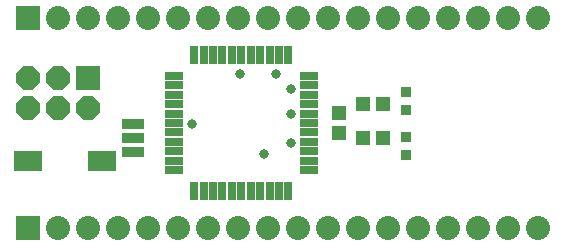
<source format=gts>
G75*
%MOIN*%
%OFA0B0*%
%FSLAX25Y25*%
%IPPOS*%
%LPD*%
%AMOC8*
5,1,8,0,0,1.08239X$1,22.5*
%
%ADD10R,0.04537X0.04931*%
%ADD11R,0.08000X0.08000*%
%ADD12OC8,0.08000*%
%ADD13R,0.03750X0.03750*%
%ADD14R,0.09655X0.06899*%
%ADD15C,0.08000*%
%ADD16R,0.07293X0.03356*%
%ADD17R,0.06400X0.02600*%
%ADD18R,0.02600X0.06400*%
%ADD19C,0.03300*%
D10*
X0111000Y0038904D03*
X0118904Y0037250D03*
X0125596Y0037250D03*
X0111000Y0045596D03*
X0118904Y0048500D03*
X0125596Y0048500D03*
D11*
X0007250Y0007250D03*
X0027250Y0057250D03*
X0007250Y0077250D03*
D12*
X0007250Y0057250D03*
X0017250Y0057250D03*
X0017250Y0047250D03*
X0027250Y0047250D03*
X0007250Y0047250D03*
D13*
X0133500Y0046797D03*
X0133500Y0052703D03*
X0133500Y0037703D03*
X0133500Y0031797D03*
D14*
X0032152Y0029750D03*
X0007348Y0029750D03*
D15*
X0017250Y0007250D03*
X0027250Y0007250D03*
X0037250Y0007250D03*
X0047250Y0007250D03*
X0057250Y0007250D03*
X0067250Y0007250D03*
X0077250Y0007250D03*
X0087250Y0007250D03*
X0097250Y0007250D03*
X0107250Y0007250D03*
X0117250Y0007250D03*
X0127250Y0007250D03*
X0137250Y0007250D03*
X0147250Y0007250D03*
X0157250Y0007250D03*
X0167250Y0007250D03*
X0177250Y0007250D03*
X0177250Y0077250D03*
X0167250Y0077250D03*
X0157250Y0077250D03*
X0147250Y0077250D03*
X0137250Y0077250D03*
X0127250Y0077250D03*
X0117250Y0077250D03*
X0107250Y0077250D03*
X0097250Y0077250D03*
X0087250Y0077250D03*
X0077250Y0077250D03*
X0067250Y0077250D03*
X0057250Y0077250D03*
X0047250Y0077250D03*
X0037250Y0077250D03*
X0027250Y0077250D03*
X0017250Y0077250D03*
D16*
X0042250Y0041974D03*
X0042250Y0037250D03*
X0042250Y0032526D03*
D17*
X0055900Y0032850D03*
X0055900Y0029650D03*
X0055900Y0026550D03*
X0055900Y0035950D03*
X0055900Y0039150D03*
X0055900Y0042250D03*
X0055900Y0045350D03*
X0055900Y0048550D03*
X0055900Y0051650D03*
X0055900Y0054850D03*
X0055900Y0057950D03*
X0101100Y0057950D03*
X0101100Y0054850D03*
X0101100Y0051650D03*
X0101100Y0048550D03*
X0101100Y0045350D03*
X0101100Y0042250D03*
X0101100Y0039150D03*
X0101100Y0035950D03*
X0101100Y0032850D03*
X0101100Y0029650D03*
X0101100Y0026550D03*
D18*
X0094200Y0019650D03*
X0091100Y0019650D03*
X0087900Y0019650D03*
X0084800Y0019650D03*
X0081600Y0019650D03*
X0078500Y0019650D03*
X0075400Y0019650D03*
X0072200Y0019650D03*
X0069100Y0019650D03*
X0065900Y0019650D03*
X0062800Y0019650D03*
X0062800Y0064850D03*
X0065900Y0064850D03*
X0069100Y0064850D03*
X0072200Y0064850D03*
X0075400Y0064850D03*
X0078500Y0064850D03*
X0081600Y0064850D03*
X0084800Y0064850D03*
X0087900Y0064850D03*
X0091100Y0064850D03*
X0094200Y0064850D03*
D19*
X0089900Y0058750D03*
X0095150Y0053500D03*
X0078000Y0058750D03*
X0095150Y0045450D03*
X0095150Y0035650D03*
X0086050Y0031800D03*
X0061900Y0041950D03*
M02*

</source>
